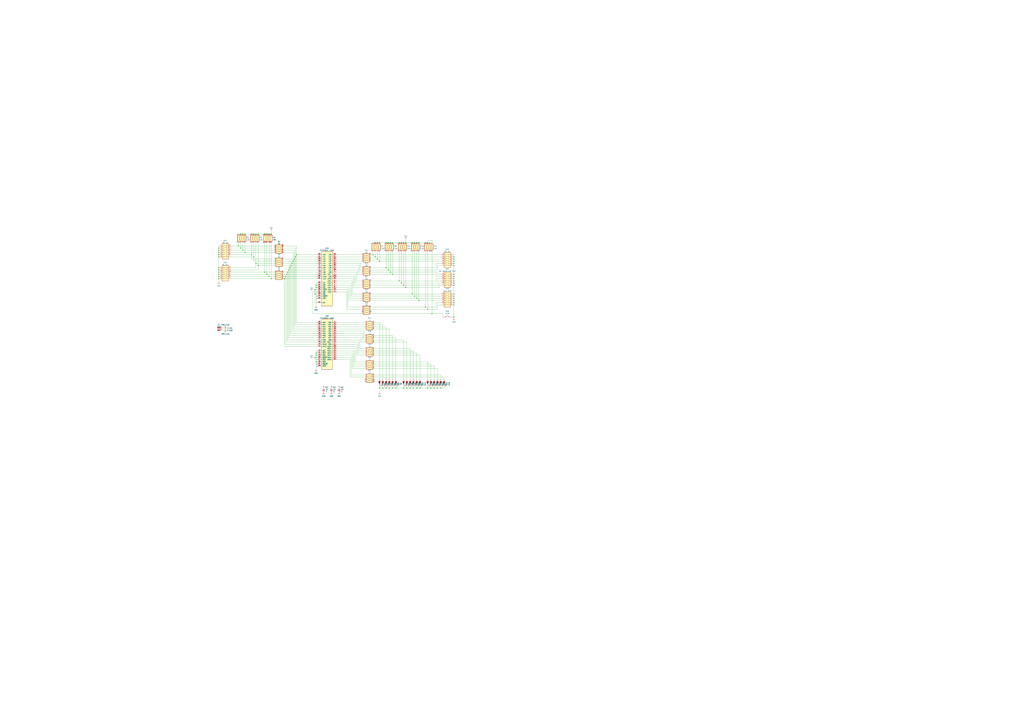
<source format=kicad_sch>
(kicad_sch (version 20211123) (generator eeschema)
  (paper "A0")
  (lib_symbols
    (symbol "connector:1M2" (pin_names (offset 1.016))
      (property "Reference" "J" (at 6.35 -1.27 0))
      (property "Value" "1M2" (at 6.35 1.27 0))
      (symbol "1M2_1_1"
        (pin passive line (at 0 1.27 0) (length 2.54) (name "~") (number "1"))
        (pin passive line (at 0 -1.27 0) (length 2.54) (name "~") (number "2"))
      )
    )
    (symbol "discrete:C" (pin_numbers hide) (pin_names (offset 0.254) hide)
      (property "Reference" "C" (at 0.254 1.778 0))
      (property "Value" "C" (at 0.254 -2.032 0))
      (symbol "C_1_1"
        (pin passive line (at 0 2.54 270) (length 2.032) (name "~") (number "1"))
        (pin passive line (at 0 -2.54 90) (length 2.032) (name "~") (number "2"))
      )
    )
    (symbol "discrete:LED" (pin_numbers hide) (pin_names (offset 1.016) hide)
      (property "Reference" "D" (at 0 2.54 0))
      (property "Value" "LED" (at 0 -2.54 0))
      (symbol "LED_1_1"
        (pin passive line (at -3.81 0 0) (length 2.54) (name "K") (number "1"))
        (pin passive line (at 3.81 0 180) (length 2.54) (name "A") (number "2"))
      )
    )
    (symbol "discrete:RN4" (pin_names (offset 0) hide)
      (property "Reference" "R" (at 5.715 1.27 0))
      (property "Value" "RN4" (at 5.715 -1.27 0))
      (symbol "RN4_1_1"
        (pin passive line (at 3.81 5.08 270) (length 1.27) (name "~") (number "1"))
        (pin passive line (at 1.27 5.08 270) (length 1.27) (name "~") (number "2"))
        (pin passive line (at -1.27 5.08 270) (length 1.27) (name "~") (number "3"))
        (pin passive line (at -3.81 5.08 270) (length 1.27) (name "~") (number "4"))
        (pin passive line (at -3.81 -5.08 90) (length 1.27) (name "~") (number "5"))
        (pin passive line (at -1.27 -5.08 90) (length 1.27) (name "~") (number "6"))
        (pin passive line (at 1.27 -5.08 90) (length 1.27) (name "~") (number "7"))
        (pin passive line (at 3.81 -5.08 90) (length 1.27) (name "~") (number "8"))
      )
    )
    (symbol "power:GND" (power) (pin_names (offset 0))
      (property "Value" "GND" (at 0 -3.81 0))
      (symbol "GND_1_1"
        (pin power_in line (at 0 0 270) (length 0) hide (name "GND") (number "1"))
      )
    )
    (symbol "power:PWR_FLAG" (power) (pin_numbers hide) (pin_names (offset 0) hide)
      (property "Value" "PWR_FLAG" (at 0 3.81 0))
      (symbol "PWR_FLAG_0_0"
        (pin power_out line (at 0 0 90) (length 0) (name "pwr") (number "1"))
      )
    )
    (symbol "power:VCC" (power) (pin_names (offset 0))
      (property "Value" "VCC" (at 0 3.81 0))
      (symbol "VCC_1_1"
        (pin power_in line (at 0 0 90) (length 0) hide (name "VCC") (number "1"))
      )
    )
    (symbol "semiconductor:CY7C0241-15AC" (pin_names (offset 1.016))
      (property "Reference" "U" (at 0 30.48 0))
      (property "Value" "CY7C0241-15AC" (at 0 -35.56 0))
      (symbol "CY7C0241-15AC_1_1"
        (pin no_connect line (at 0 16.51 180) (length 0) hide (name "NC") (number "1"))
        (pin bidirectional line (at 11.43 -15.24 180) (length 5.08) (name "LD15") (number "10"))
        (pin bidirectional line (at 11.43 0 180) (length 5.08) (name "LD9") (number "100"))
        (pin bidirectional line (at 11.43 -17.78 180) (length 5.08) (name "LD16") (number "11"))
        (pin power_in line (at 11.43 -20.32 180) (length 5.08) hide (name "VCC") (number "12"))
        (pin power_in line (at 11.43 -27.94 180) (length 5.08) hide (name "GND") (number "13"))
        (pin power_in line (at 11.43 -22.86 180) (length 5.08) hide (name "VCC") (number "17"))
        (pin no_connect line (at 0 13.97 180) (length 0) hide (name "NC") (number "2"))
        (pin no_connect line (at 0 11.43 180) (length 0) hide (name "NC") (number "24"))
        (pin no_connect line (at 0 8.89 180) (length 0) hide (name "NC") (number "25"))
        (pin bidirectional line (at 11.43 5.08 180) (length 5.08) (name "LD8") (number "3"))
        (pin power_in line (at 11.43 -30.48 180) (length 5.08) hide (name "GND") (number "34"))
        (pin bidirectional line (at 11.43 2.54 180) (length 5.08) (name "LD17") (number "4"))
        (pin no_connect line (at 0 6.35 180) (length 0) hide (name "NC") (number "43"))
        (pin bidirectional line (at 11.43 -5.08 180) (length 5.08) (name "LD11") (number "5"))
        (pin no_connect line (at 0 3.81 180) (length 0) hide (name "NC") (number "51"))
        (pin no_connect line (at 0 1.27 180) (length 0) hide (name "NC") (number "52"))
        (pin no_connect line (at 0 -1.27 180) (length 0) hide (name "NC") (number "53"))
        (pin no_connect line (at 0 -3.81 180) (length 0) hide (name "NC") (number "54"))
        (pin bidirectional line (at 11.43 -7.62 180) (length 5.08) (name "LD12") (number "6"))
        (pin input line (at -11.43 -30.48 0) (length 5.08) (name "M~{S}") (number "62"))
        (pin bidirectional line (at -11.43 -22.86 0) (length 5.08) (name "~{LBUSY}") (number "64"))
        (pin output line (at -11.43 -25.4 0) (length 5.08) (name "~{LINT}") (number "65"))
        (pin input line (at -11.43 25.4 0) (length 5.08) (name "LA0") (number "66"))
        (pin input line (at -11.43 22.86 0) (length 5.08) (name "LA1") (number "67"))
        (pin input line (at -11.43 20.32 0) (length 5.08) (name "LA2") (number "68"))
        (pin input line (at -11.43 17.78 0) (length 5.08) (name "LA3") (number "69"))
        (pin bidirectional line (at 11.43 -10.16 180) (length 5.08) (name "LD13") (number "7"))
        (pin input line (at -11.43 15.24 0) (length 5.08) (name "LA4") (number "70"))
        (pin input line (at -11.43 12.7 0) (length 5.08) (name "LA5") (number "71"))
        (pin no_connect line (at 0 -6.35 180) (length 0) hide (name "NC") (number "72"))
        (pin no_connect line (at 0 -8.89 180) (length 0) hide (name "NC") (number "73"))
        (pin no_connect line (at 0 -11.43 180) (length 0) hide (name "NC") (number "74"))
        (pin no_connect line (at 0 -13.97 180) (length 0) hide (name "NC") (number "75"))
        (pin input line (at -11.43 10.16 0) (length 5.08) (name "LA6") (number "76"))
        (pin input line (at -11.43 7.62 0) (length 5.08) (name "LA7") (number "77"))
        (pin input line (at -11.43 5.08 0) (length 5.08) (name "LA8") (number "78"))
        (pin input line (at -11.43 2.54 0) (length 5.08) (name "LA9") (number "79"))
        (pin bidirectional line (at 11.43 -12.7 180) (length 5.08) (name "LD14") (number "8"))
        (pin input line (at -11.43 0 0) (length 5.08) (name "LA10") (number "80"))
        (pin input line (at -11.43 -2.54 0) (length 5.08) (name "LA11") (number "81"))
        (pin no_connect line (at 0 -16.51 180) (length 0) hide (name "NC") (number "82"))
        (pin input line (at -11.43 -7.62 0) (length 5.08) (name "~{LLE}") (number "83"))
        (pin input line (at -11.43 -10.16 0) (length 5.08) (name "~{LHE}") (number "84"))
        (pin input line (at -11.43 -12.7 0) (length 5.08) (name "~{LCE}") (number "85"))
        (pin input line (at -11.43 -15.24 0) (length 5.08) (name "~{LSEM}") (number "86"))
        (pin input line (at -11.43 -17.78 0) (length 5.08) (name "~{LWE}") (number "87"))
        (pin input line (at -11.43 -20.32 0) (length 5.08) (name "~{LOE}") (number "89"))
        (pin power_in line (at 11.43 -25.4 180) (length 5.08) hide (name "GND") (number "9"))
        (pin bidirectional line (at 11.43 25.4 180) (length 5.08) (name "LD0") (number "90"))
        (pin bidirectional line (at 11.43 22.86 180) (length 5.08) (name "LD1") (number "91"))
        (pin bidirectional line (at 11.43 20.32 180) (length 5.08) (name "LD2") (number "93"))
        (pin bidirectional line (at 11.43 17.78 180) (length 5.08) (name "LD3") (number "94"))
        (pin bidirectional line (at 11.43 15.24 180) (length 5.08) (name "LD4") (number "95"))
        (pin bidirectional line (at 11.43 12.7 180) (length 5.08) (name "LD5") (number "96"))
        (pin bidirectional line (at 11.43 10.16 180) (length 5.08) (name "LD6") (number "97"))
        (pin bidirectional line (at 11.43 7.62 180) (length 5.08) (name "LD7") (number "98"))
        (pin bidirectional line (at 11.43 -2.54 180) (length 5.08) (name "LD10") (number "99"))
      )
      (symbol "CY7C0241-15AC_2_1"
        (pin bidirectional line (at 11.43 25.4 180) (length 5.08) (name "RD0") (number "14"))
        (pin bidirectional line (at 11.43 22.86 180) (length 5.08) (name "RD1") (number "15"))
        (pin bidirectional line (at 11.43 20.32 180) (length 5.08) (name "RD2") (number "16"))
        (pin bidirectional line (at 11.43 17.78 180) (length 5.08) (name "RD3") (number "18"))
        (pin bidirectional line (at 11.43 15.24 180) (length 5.08) (name "RD4") (number "19"))
        (pin bidirectional line (at 11.43 12.7 180) (length 5.08) (name "RD5") (number "20"))
        (pin bidirectional line (at 11.43 10.16 180) (length 5.08) (name "RD6") (number "21"))
        (pin bidirectional line (at 11.43 5.08 180) (length 5.08) (name "RD8") (number "22"))
        (pin bidirectional line (at 11.43 2.54 180) (length 5.08) (name "RD17") (number "23"))
        (pin bidirectional line (at 11.43 7.62 180) (length 5.08) (name "RD7") (number "26"))
        (pin bidirectional line (at 11.43 0 180) (length 5.08) (name "RD9") (number "27"))
        (pin bidirectional line (at 11.43 -2.54 180) (length 5.08) (name "RD10") (number "28"))
        (pin bidirectional line (at 11.43 -5.08 180) (length 5.08) (name "RD11") (number "29"))
        (pin bidirectional line (at 11.43 -7.62 180) (length 5.08) (name "RD12") (number "30"))
        (pin bidirectional line (at 11.43 -10.16 180) (length 5.08) (name "RD13") (number "31"))
        (pin bidirectional line (at 11.43 -12.7 180) (length 5.08) (name "RD14") (number "32"))
        (pin bidirectional line (at 11.43 -15.24 180) (length 5.08) (name "RD15") (number "33"))
        (pin bidirectional line (at 11.43 -17.78 180) (length 5.08) (name "RD16") (number "35"))
        (pin input line (at -11.43 -20.32 0) (length 5.08) (name "~{ROE}") (number "36"))
        (pin input line (at -11.43 -17.78 0) (length 5.08) (name "~{RWE}") (number "37"))
        (pin power_in line (at 11.43 -27.94 180) (length 5.08) hide (name "GND") (number "38"))
        (pin input line (at -11.43 -15.24 0) (length 5.08) (name "~{RSEM}") (number "39"))
        (pin input line (at -11.43 -12.7 0) (length 5.08) (name "~{RCE}") (number "40"))
        (pin input line (at -11.43 -10.16 0) (length 5.08) (name "~{RHE}") (number "41"))
        (pin input line (at -11.43 -7.62 0) (length 5.08) (name "~{RLE}") (number "42"))
        (pin input line (at -11.43 -2.54 0) (length 5.08) (name "RA11") (number "44"))
        (pin input line (at -11.43 0 0) (length 5.08) (name "RA10") (number "45"))
        (pin input line (at -11.43 2.54 0) (length 5.08) (name "RA9") (number "46"))
        (pin input line (at -11.43 5.08 0) (length 5.08) (name "RA8") (number "47"))
        (pin input line (at -11.43 7.62 0) (length 5.08) (name "RA7") (number "48"))
        (pin input line (at -11.43 10.16 0) (length 5.08) (name "RA6") (number "49"))
        (pin input line (at -11.43 12.7 0) (length 5.08) (name "RA5") (number "50"))
        (pin input line (at -11.43 15.24 0) (length 5.08) (name "RA4") (number "55"))
        (pin input line (at -11.43 17.78 0) (length 5.08) (name "RA3") (number "56"))
        (pin input line (at -11.43 20.32 0) (length 5.08) (name "RA2") (number "57"))
        (pin input line (at -11.43 22.86 0) (length 5.08) (name "RA1") (number "58"))
        (pin input line (at -11.43 25.4 0) (length 5.08) (name "RA0") (number "59"))
        (pin output line (at -11.43 -25.4 0) (length 5.08) (name "~{RINT}") (number "60"))
        (pin bidirectional line (at -11.43 -22.86 0) (length 5.08) (name "~{RBUSY}") (number "61"))
        (pin power_in line (at 11.43 -25.4 180) (length 5.08) hide (name "GND") (number "63"))
        (pin power_in line (at 11.43 -20.32 180) (length 5.08) hide (name "VCC") (number "88"))
        (pin power_in line (at 11.43 -22.86 180) (length 5.08) hide (name "GND") (number "92"))
      )
    )
    (symbol "switch:Button" (pin_numbers hide) (pin_names (offset 1.016) hide)
      (property "Reference" "SW" (at 1.27 2.54 0))
      (property "Value" "Button" (at 0 -1.524 0))
      (symbol "Button_0_1"
        (pin passive line (at -5.08 0 0) (length 2.54) (name "1") (number "1"))
        (pin passive line (at 5.08 0 180) (length 2.54) (name "2") (number "2"))
      )
    )
    (symbol "switch:DIP-6" (pin_names (offset 0) hide)
      (property "Reference" "SW" (at 0 10.16 0))
      (property "Value" "DIP-6" (at 0 -10.16 0))
      (symbol "DIP-6_1_1"
        (pin passive line (at -7.62 6.35 0) (length 5.08) (name "~") (number "1"))
        (pin passive line (at 7.62 1.27 180) (length 5.08) (name "~") (number "10"))
        (pin passive line (at 7.62 3.81 180) (length 5.08) (name "~") (number "11"))
        (pin passive line (at 7.62 6.35 180) (length 5.08) (name "~") (number "12"))
        (pin passive line (at -7.62 3.81 0) (length 5.08) (name "~") (number "2"))
        (pin passive line (at -7.62 1.27 0) (length 5.08) (name "~") (number "3"))
        (pin passive line (at -7.62 -1.27 0) (length 5.08) (name "~") (number "4"))
        (pin passive line (at -7.62 -3.81 0) (length 5.08) (name "~") (number "5"))
        (pin passive line (at -7.62 -6.35 0) (length 5.08) (name "~") (number "6"))
        (pin passive line (at 7.62 -6.35 180) (length 5.08) (name "~") (number "7"))
        (pin passive line (at 7.62 -3.81 180) (length 5.08) (name "~") (number "8"))
        (pin passive line (at 7.62 -1.27 180) (length 5.08) (name "~") (number "9"))
      )
    )
  )
  (junction (at 527.05 308.61))
  (junction (at 463.55 326.39))
  (junction (at 294.64 271.78))
  (junction (at 483.87 346.71))
  (junction (at 468.63 281.94))
  (junction (at 494.03 281.94))
  (junction (at 367.03 420.37))
  (junction (at 527.05 344.17))
  (junction (at 478.79 341.63))
  (junction (at 254 298.45))
  (junction (at 254 316.23))
  (junction (at 527.05 368.3))
  (junction (at 335.28 313.69))
  (junction (at 367.03 410.21))
  (junction (at 279.4 271.78))
  (junction (at 344.17 295.91))
  (junction (at 471.17 281.94))
  (junction (at 276.86 285.75))
  (junction (at 472.44 450.85))
  (junction (at 433.07 295.91))
  (junction (at 292.1 271.78))
  (junction (at 527.05 321.31))
  (junction (at 309.88 271.78))
  (junction (at 478.79 281.94))
  (junction (at 504.19 450.85))
  (junction (at 279.4 288.29))
  (junction (at 500.38 450.85))
  (junction (at 365.76 341.63))
  (junction (at 527.05 351.79))
  (junction (at 254 321.31))
  (junction (at 312.42 321.31))
  (junction (at 367.03 334.01))
  (junction (at 453.39 316.23))
  (junction (at 307.34 316.23))
  (junction (at 281.94 271.78))
  (junction (at 471.17 334.01))
  (junction (at 365.76 336.55))
  (junction (at 527.05 349.25))
  (junction (at 481.33 281.94))
  (junction (at 486.41 281.94))
  (junction (at 527.05 303.53))
  (junction (at 299.72 308.61))
  (junction (at 314.96 323.85))
  (junction (at 337.82 308.61))
  (junction (at 483.87 281.94))
  (junction (at 450.85 281.94))
  (junction (at 527.05 346.71))
  (junction (at 448.31 450.85))
  (junction (at 284.48 293.37))
  (junction (at 527.05 331.47))
  (junction (at 508 450.85))
  (junction (at 365.76 415.29))
  (junction (at 336.55 311.15))
  (junction (at 440.69 303.53))
  (junction (at 455.93 281.94))
  (junction (at 438.15 281.94))
  (junction (at 487.68 450.85))
  (junction (at 444.5 450.85))
  (junction (at 496.57 450.85))
  (junction (at 496.57 281.94))
  (junction (at 455.93 450.85))
  (junction (at 527.05 326.39))
  (junction (at 340.36 303.53))
  (junction (at 468.63 450.85))
  (junction (at 435.61 298.45))
  (junction (at 254 311.15))
  (junction (at 448.31 311.15))
  (junction (at 254 293.37))
  (junction (at 254 295.91))
  (junction (at 463.55 281.94))
  (junction (at 297.18 271.78))
  (junction (at 435.61 281.94))
  (junction (at 483.87 450.85))
  (junction (at 292.1 295.91))
  (junction (at 367.03 331.47))
  (junction (at 527.05 298.45))
  (junction (at 511.81 450.85))
  (junction (at 459.74 450.85))
  (junction (at 331.47 321.31))
  (junction (at 334.01 316.23))
  (junction (at 466.09 328.93))
  (junction (at 527.05 354.33))
  (junction (at 481.33 344.17))
  (junction (at 261.62 383.54))
  (junction (at 254 288.29))
  (junction (at 254 313.69))
  (junction (at 330.2 323.85))
  (junction (at 342.9 298.45))
  (junction (at 466.09 281.94))
  (junction (at 297.18 306.07))
  (junction (at 281.94 290.83))
  (junction (at 476.25 450.85))
  (junction (at 527.05 318.77))
  (junction (at 527.05 300.99))
  (junction (at 254 318.77))
  (junction (at 309.88 318.77))
  (junction (at 312.42 271.78))
  (junction (at 339.09 306.07))
  (junction (at 527.05 341.63))
  (junction (at 294.64 298.45))
  (junction (at 486.41 349.25))
  (junction (at 527.05 323.85))
  (junction (at 367.03 412.75))
  (junction (at 468.63 331.47))
  (junction (at 494.03 356.87))
  (junction (at 284.48 271.78))
  (junction (at 307.34 271.78))
  (junction (at 455.93 318.77))
  (junction (at 440.69 281.94))
  (junction (at 527.05 306.07))
  (junction (at 453.39 281.94))
  (junction (at 448.31 281.94))
  (junction (at 254 290.83))
  (junction (at 299.72 271.78))
  (junction (at 314.96 271.78))
  (junction (at 440.69 450.85))
  (junction (at 341.63 300.99))
  (junction (at 332.74 318.77))
  (junction (at 254 323.85))
  (junction (at 452.12 450.85))
  (junction (at 261.62 381))
  (junction (at 480.06 450.85))
  (junction (at 527.05 328.93))
  (junction (at 450.85 313.69))
  (junction (at 501.65 364.49))
  (junction (at 496.57 359.41))
  (junction (at 438.15 300.99))
  (no_connect (at 368.3 425.45))
  (no_connect (at 368.3 344.17))
  (no_connect (at 499.11 292.1))
  (no_connect (at 499.11 281.94))
  (no_connect (at 424.18 440.69))
  (no_connect (at 424.18 443.23))
  (no_connect (at 420.37 361.95))
  (no_connect (at 434.34 443.23))
  (no_connect (at 368.3 346.71))
  (no_connect (at 430.53 361.95))
  (no_connect (at 368.3 422.91))
  (no_connect (at 434.34 440.69))
  (wire (pts (xy 434.34 422.91) (xy 500.38 422.91)))
  (wire (pts (xy 299.72 308.61) (xy 318.77 308.61)))
  (wire (pts (xy 408.94 341.63) (xy 408.94 326.39)))
  (wire (pts (xy 297.18 271.78) (xy 299.72 271.78)))
  (wire (pts (xy 486.41 281.94) (xy 494.03 281.94)))
  (wire (pts (xy 363.22 336.55) (xy 365.76 336.55)))
  (wire (pts (xy 434.34 427.99) (xy 508 427.99)))
  (wire (pts (xy 448.31 379.73) (xy 434.34 379.73)))
  (wire (pts (xy 269.24 288.29) (xy 279.4 288.29)))
  (wire (pts (xy 328.93 323.85) (xy 330.2 323.85)))
  (wire (pts (xy 391.16 412.75) (xy 408.94 412.75)))
  (wire (pts (xy 402.59 359.41) (xy 420.37 359.41)))
  (wire (pts (xy 504.19 450.85) (xy 508 450.85)))
  (wire (pts (xy 408.94 427.99) (xy 424.18 427.99)))
  (wire (pts (xy 297.18 311.15) (xy 269.24 311.15)))
  (wire (pts (xy 527.05 323.85) (xy 527.05 326.39)))
  (wire (pts (xy 415.29 400.05) (xy 391.16 400.05)))
  (wire (pts (xy 269.24 313.69) (xy 299.72 313.69)))
  (wire (pts (xy 341.63 290.83) (xy 341.63 300.99)))
  (wire (pts (xy 408.94 341.63) (xy 420.37 341.63)))
  (wire (pts (xy 424.18 389.89) (xy 422.91 389.89)))
  (wire (pts (xy 527.05 354.33) (xy 527.05 368.3)))
  (wire (pts (xy 391.16 311.15) (xy 416.56 311.15)))
  (wire (pts (xy 500.38 448.31) (xy 500.38 450.85)))
  (wire (pts (xy 480.06 448.31) (xy 480.06 450.85)))
  (wire (pts (xy 501.65 364.49) (xy 514.35 364.49)))
  (wire (pts (xy 421.64 387.35) (xy 421.64 392.43)))
  (wire (pts (xy 312.42 281.94) (xy 312.42 321.31)))
  (wire (pts (xy 342.9 377.19) (xy 368.3 377.19)))
  (wire (pts (xy 424.18 435.61) (xy 407.67 435.61)))
  (wire (pts (xy 440.69 450.85) (xy 444.5 450.85)))
  (wire (pts (xy 486.41 349.25) (xy 511.81 349.25)))
  (wire (pts (xy 254 285.75) (xy 254 288.29)))
  (wire (pts (xy 254 298.45) (xy 254 311.15)))
  (wire (pts (xy 508 427.99) (xy 508 440.69)))
  (wire (pts (xy 328.93 321.31) (xy 331.47 321.31)))
  (wire (pts (xy 496.57 420.37) (xy 434.34 420.37)))
  (wire (pts (xy 422.91 389.89) (xy 422.91 384.81)))
  (wire (pts (xy 453.39 292.1) (xy 453.39 316.23)))
  (wire (pts (xy 368.3 389.89) (xy 336.55 389.89)))
  (wire (pts (xy 476.25 450.85) (xy 480.06 450.85)))
  (wire (pts (xy 254 318.77) (xy 254 321.31)))
  (wire (pts (xy 448.31 450.85) (xy 452.12 450.85)))
  (wire (pts (xy 455.93 448.31) (xy 455.93 450.85)))
  (wire (pts (xy 410.21 334.01) (xy 420.37 334.01)))
  (wire (pts (xy 342.9 298.45) (xy 342.9 377.19)))
  (wire (pts (xy 406.4 438.15) (xy 424.18 438.15)))
  (wire (pts (xy 257.81 381) (xy 261.62 381)))
  (wire (pts (xy 417.83 405.13) (xy 417.83 394.97)))
  (wire (pts (xy 279.4 281.94) (xy 279.4 288.29)))
  (wire (pts (xy 411.48 321.31) (xy 391.16 321.31)))
  (wire (pts (xy 314.96 323.85) (xy 314.96 281.94)))
  (wire (pts (xy 424.18 425.45) (xy 410.21 425.45)))
  (wire (pts (xy 453.39 281.94) (xy 455.93 281.94)))
  (wire (pts (xy 411.48 331.47) (xy 420.37 331.47)))
  (wire (pts (xy 468.63 450.85) (xy 472.44 450.85)))
  (wire (pts (xy 430.53 313.69) (xy 450.85 313.69)))
  (wire (pts (xy 511.81 328.93) (xy 509.27 328.93)))
  (wire (pts (xy 254 311.15) (xy 254 313.69)))
  (wire (pts (xy 527.05 298.45) (xy 527.05 300.99)))
  (wire (pts (xy 342.9 298.45) (xy 368.3 298.45)))
  (wire (pts (xy 254 323.85) (xy 254 327.66)))
  (wire (pts (xy 312.42 321.31) (xy 318.77 321.31)))
  (wire (pts (xy 337.82 387.35) (xy 368.3 387.35)))
  (wire (pts (xy 471.17 278.13) (xy 471.17 281.94)))
  (wire (pts (xy 527.05 331.47) (xy 527.05 341.63)))
  (wire (pts (xy 309.88 318.77) (xy 309.88 281.94)))
  (wire (pts (xy 391.16 402.59) (xy 414.02 402.59)))
  (wire (pts (xy 434.34 377.19) (xy 444.5 377.19)))
  (wire (pts (xy 459.74 392.43) (xy 459.74 440.69)))
  (wire (pts (xy 435.61 298.45) (xy 511.81 298.45)))
  (wire (pts (xy 487.68 412.75) (xy 487.68 440.69)))
  (wire (pts (xy 391.16 374.65) (xy 424.18 374.65)))
  (wire (pts (xy 332.74 318.77) (xy 368.3 318.77)))
  (wire (pts (xy 335.28 313.69) (xy 335.28 392.43)))
  (wire (pts (xy 452.12 448.31) (xy 452.12 450.85)))
  (wire (pts (xy 341.63 379.73) (xy 341.63 300.99)))
  (wire (pts (xy 472.44 448.31) (xy 472.44 450.85)))
  (wire (pts (xy 494.03 356.87) (xy 430.53 356.87)))
  (wire (pts (xy 391.16 300.99) (xy 420.37 300.99)))
  (wire (pts (xy 471.17 281.94) (xy 478.79 281.94)))
  (wire (pts (xy 459.74 448.31) (xy 459.74 450.85)))
  (wire (pts (xy 269.24 318.77) (xy 309.88 318.77)))
  (wire (pts (xy 363.22 339.09) (xy 368.3 339.09)))
  (wire (pts (xy 480.06 450.85) (xy 483.87 450.85)))
  (wire (pts (xy 421.64 392.43) (xy 424.18 392.43)))
  (wire (pts (xy 438.15 300.99) (xy 511.81 300.99)))
  (wire (pts (xy 420.37 311.15) (xy 419.1 311.15)))
  (wire (pts (xy 419.1 306.07) (xy 391.16 306.07)))
  (wire (pts (xy 269.24 293.37) (xy 284.48 293.37)))
  (wire (pts (xy 440.69 281.94) (xy 448.31 281.94)))
  (wire (pts (xy 444.5 450.85) (xy 448.31 450.85)))
  (wire (pts (xy 430.53 316.23) (xy 453.39 316.23)))
  (wire (pts (xy 406.4 346.71) (xy 406.4 331.47)))
  (wire (pts (xy 430.53 298.45) (xy 435.61 298.45)))
  (wire (pts (xy 483.87 450.85) (xy 487.68 450.85)))
  (wire (pts (xy 368.3 374.65) (xy 344.17 374.65)))
  (wire (pts (xy 284.48 293.37) (xy 318.77 293.37)))
  (wire (pts (xy 466.09 328.93) (xy 508 328.93)))
  (wire (pts (xy 391.16 298.45) (xy 420.37 298.45)))
  (wire (pts (xy 365.76 415.29) (xy 368.3 415.29)))
  (wire (pts (xy 448.31 448.31) (xy 448.31 450.85)))
  (wire (pts (xy 391.16 318.77) (xy 412.75 318.77)))
  (wire (pts (xy 412.75 318.77) (xy 412.75 328.93)))
  (wire (pts (xy 463.55 292.1) (xy 463.55 326.39)))
  (wire (pts (xy 430.53 328.93) (xy 466.09 328.93)))
  (wire (pts (xy 440.69 440.69) (xy 440.69 374.65)))
  (wire (pts (xy 511.81 321.31) (xy 506.73 321.31)))
  (wire (pts (xy 430.53 346.71) (xy 483.87 346.71)))
  (wire (pts (xy 440.69 448.31) (xy 440.69 450.85)))
  (wire (pts (xy 336.55 389.89) (xy 336.55 311.15)))
  (wire (pts (xy 416.56 316.23) (xy 420.37 316.23)))
  (wire (pts (xy 276.86 285.75) (xy 318.77 285.75)))
  (wire (pts (xy 455.93 318.77) (xy 430.53 318.77)))
  (wire (pts (xy 330.2 323.85) (xy 368.3 323.85)))
  (wire (pts (xy 331.47 400.05) (xy 331.47 321.31)))
  (wire (pts (xy 508 448.31) (xy 508 450.85)))
  (wire (pts (xy 339.09 384.81) (xy 339.09 306.07)))
  (wire (pts (xy 463.55 326.39) (xy 430.53 326.39)))
  (wire (pts (xy 424.18 410.21) (xy 415.29 410.21)))
  (wire (pts (xy 417.83 308.61) (xy 417.83 313.69)))
  (wire (pts (xy 455.93 318.77) (xy 506.73 318.77)))
  (wire (pts (xy 514.35 364.49) (xy 514.35 368.3)))
  (wire (pts (xy 496.57 450.85) (xy 500.38 450.85)))
  (wire (pts (xy 340.36 303.53) (xy 340.36 293.37)))
  (wire (pts (xy 527.05 300.99) (xy 527.05 303.53)))
  (wire (pts (xy 420.37 364.49) (xy 363.22 364.49)))
  (wire (pts (xy 414.02 412.75) (xy 424.18 412.75)))
  (wire (pts (xy 527.05 351.79) (xy 527.05 354.33)))
  (wire (pts (xy 269.24 285.75) (xy 276.86 285.75)))
  (wire (pts (xy 391.16 303.53) (xy 420.37 303.53)))
  (wire (pts (xy 416.56 407.67) (xy 424.18 407.67)))
  (wire (pts (xy 367.03 331.47) (xy 368.3 331.47)))
  (wire (pts (xy 483.87 292.1) (xy 483.87 346.71)))
  (wire (pts (xy 284.48 271.78) (xy 292.1 271.78)))
  (wire (pts (xy 417.83 313.69) (xy 420.37 313.69)))
  (wire (pts (xy 527.05 349.25) (xy 527.05 351.79)))
  (wire (pts (xy 476.25 440.69) (xy 476.25 405.13)))
  (wire (pts (xy 508 359.41) (xy 508 354.33)))
  (wire (pts (xy 391.16 328.93) (xy 407.67 328.93)))
  (wire (pts (xy 527.05 344.17) (xy 527.05 346.71)))
  (wire (pts (xy 307.34 271.78) (xy 309.88 271.78)))
  (wire (pts (xy 527.05 326.39) (xy 527.05 328.93)))
  (wire (pts (xy 468.63 292.1) (xy 468.63 331.47)))
  (wire (pts (xy 254 321.31) (xy 254 323.85)))
  (wire (pts (xy 508 326.39) (xy 511.81 326.39)))
  (wire (pts (xy 292.1 295.91) (xy 269.24 295.91)))
  (wire (pts (xy 468.63 281.94) (xy 471.17 281.94)))
  (wire (pts (xy 344.17 374.65) (xy 344.17 295.91)))
  (wire (pts (xy 365.76 341.63) (xy 365.76 351.79)))
  (wire (pts (xy 455.93 318.77) (xy 455.93 292.1)))
  (wire (pts (xy 487.68 448.31) (xy 487.68 450.85)))
  (wire (pts (xy 332.74 318.77) (xy 332.74 397.51)))
  (wire (pts (xy 478.79 281.94) (xy 481.33 281.94)))
  (wire (pts (xy 433.07 281.94) (xy 435.61 281.94)))
  (wire (pts (xy 408.94 326.39) (xy 391.16 326.39)))
  (wire (pts (xy 508 450.85) (xy 511.81 450.85)))
  (wire (pts (xy 367.03 410.21) (xy 368.3 410.21)))
  (wire (pts (xy 453.39 316.23) (xy 508 316.23)))
  (wire (pts (xy 420.37 318.77) (xy 415.29 318.77)))
  (wire (pts (xy 294.64 298.45) (xy 294.64 303.53)))
  (wire (pts (xy 430.53 359.41) (xy 496.57 359.41)))
  (wire (pts (xy 299.72 308.61) (xy 299.72 281.94)))
  (wire (pts (xy 472.44 397.51) (xy 472.44 440.69)))
  (wire (pts (xy 430.53 344.17) (xy 481.33 344.17)))
  (wire (pts (xy 254 295.91) (xy 254 298.45)))
  (wire (pts (xy 412.75 328.93) (xy 420.37 328.93)))
  (wire (pts (xy 511.81 351.79) (xy 506.73 351.79)))
  (wire (pts (xy 511.81 435.61) (xy 511.81 440.69)))
  (wire (pts (xy 281.94 271.78) (xy 284.48 271.78)))
  (wire (pts (xy 527.05 318.77) (xy 527.05 321.31)))
  (wire (pts (xy 527.05 328.93) (xy 527.05 331.47)))
  (wire (pts (xy 254 290.83) (xy 254 293.37)))
  (wire (pts (xy 328.93 300.99) (xy 339.09 300.99)))
  (wire (pts (xy 367.03 420.37) (xy 367.03 429.26)))
  (wire (pts (xy 496.57 440.69) (xy 496.57 420.37)))
  (wire (pts (xy 269.24 298.45) (xy 294.64 298.45)))
  (wire (pts (xy 368.3 400.05) (xy 331.47 400.05)))
  (wire (pts (xy 496.57 279.4) (xy 496.57 281.94)))
  (wire (pts (xy 455.93 450.85) (xy 459.74 450.85)))
  (wire (pts (xy 335.28 392.43) (xy 368.3 392.43)))
  (wire (pts (xy 506.73 323.85) (xy 506.73 326.39)))
  (wire (pts (xy 468.63 440.69) (xy 468.63 394.97)))
  (wire (pts (xy 434.34 435.61) (xy 511.81 435.61)))
  (wire (pts (xy 416.56 397.51) (xy 416.56 407.67)))
  (wire (pts (xy 408.94 412.75) (xy 408.94 427.99)))
  (wire (pts (xy 527.05 346.71) (xy 527.05 349.25)))
  (wire (pts (xy 292.1 300.99) (xy 292.1 295.91)))
  (wire (pts (xy 468.63 394.97) (xy 434.34 394.97)))
  (wire (pts (xy 294.64 303.53) (xy 318.77 303.53)))
  (wire (pts (xy 463.55 281.94) (xy 466.09 281.94)))
  (wire (pts (xy 438.15 281.94) (xy 440.69 281.94)))
  (wire (pts (xy 334.01 394.97) (xy 334.01 316.23)))
  (wire (pts (xy 391.16 382.27) (xy 424.18 382.27)))
  (wire (pts (xy 483.87 410.21) (xy 434.34 410.21)))
  (wire (pts (xy 407.67 435.61) (xy 407.67 415.29)))
  (wire (pts (xy 508 316.23) (xy 508 318.77)))
  (wire (pts (xy 466.09 328.93) (xy 466.09 292.1)))
  (wire (pts (xy 318.77 300.99) (xy 292.1 300.99)))
  (wire (pts (xy 279.4 271.78) (xy 281.94 271.78)))
  (wire (pts (xy 527.05 368.3) (xy 527.05 369.57)))
  (wire (pts (xy 438.15 292.1) (xy 438.15 300.99)))
  (wire (pts (xy 478.79 341.63) (xy 511.81 341.63)))
  (wire (pts (xy 368.3 384.81) (xy 339.09 384.81)))
  (wire (pts (xy 419.1 392.43) (xy 419.1 397.51)))
  (wire (pts (xy 483.87 440.69) (xy 483.87 410.21)))
  (wire (pts (xy 463.55 326.39) (xy 506.73 326.39)))
  (wire (pts (xy 480.06 407.67) (xy 480.06 440.69)))
  (wire (pts (xy 481.33 292.1) (xy 481.33 344.17)))
  (wire (pts (xy 420.37 326.39) (xy 414.02 326.39)))
  (wire (pts (xy 508 318.77) (xy 511.81 318.77)))
  (wire (pts (xy 506.73 321.31) (xy 506.73 318.77)))
  (wire (pts (xy 422.91 384.81) (xy 391.16 384.81)))
  (wire (pts (xy 448.31 311.15) (xy 506.73 311.15)))
  (wire (pts (xy 486.41 292.1) (xy 486.41 349.25)))
  (wire (pts (xy 405.13 349.25) (xy 420.37 349.25)))
  (wire (pts (xy 417.83 394.97) (xy 391.16 394.97)))
  (wire (pts (xy 410.21 410.21) (xy 391.16 410.21)))
  (wire (pts (xy 515.62 438.15) (xy 434.34 438.15)))
  (wire (pts (xy 476.25 448.31) (xy 476.25 450.85)))
  (wire (pts (xy 508 313.69) (xy 508 308.61)))
  (wire (pts (xy 504.19 448.31) (xy 504.19 450.85)))
  (wire (pts (xy 481.33 281.94) (xy 483.87 281.94)))
  (wire (pts (xy 344.17 295.91) (xy 344.17 285.75)))
  (wire (pts (xy 444.5 377.19) (xy 444.5 440.69)))
  (wire (pts (xy 509.27 328.93) (xy 509.27 331.47)))
  (wire (pts (xy 276.86 281.94) (xy 276.86 285.75)))
  (wire (pts (xy 276.86 271.78) (xy 279.4 271.78)))
  (wire (pts (xy 292.1 281.94) (xy 292.1 295.91)))
  (wire (pts (xy 299.72 271.78) (xy 307.34 271.78)))
  (wire (pts (xy 342.9 288.29) (xy 342.9 298.45)))
  (wire (pts (xy 363.22 415.29) (xy 365.76 415.29)))
  (wire (pts (xy 434.34 382.27) (xy 452.12 382.27)))
  (wire (pts (xy 527.05 295.91) (xy 527.05 298.45)))
  (wire (pts (xy 434.34 407.67) (xy 480.06 407.67)))
  (wire (pts (xy 328.93 288.29) (xy 342.9 288.29)))
  (wire (pts (xy 494.03 281.94) (xy 496.57 281.94)))
  (wire (pts (xy 368.3 295.91) (xy 344.17 295.91)))
  (wire (pts (xy 504.19 440.69) (xy 504.19 425.45)))
  (wire (pts (xy 430.53 311.15) (xy 448.31 311.15)))
  (wire (pts (xy 511.81 448.31) (xy 511.81 450.85)))
  (wire (pts (xy 501.65 292.1) (xy 501.65 364.49)))
  (wire (pts (xy 337.82 308.61) (xy 337.82 303.53)))
  (wire (pts (xy 459.74 450.85) (xy 468.63 450.85)))
  (wire (pts (xy 468.63 448.31) (xy 468.63 450.85)))
  (wire (pts (xy 411.48 331.47) (xy 411.48 321.31)))
  (wire (pts (xy 363.22 364.49) (xy 363.22 339.09)))
  (wire (pts (xy 307.34 281.94) (xy 307.34 316.23)))
  (wire (pts (xy 391.16 323.85) (xy 410.21 323.85)))
  (wire (pts (xy 307.34 316.23) (xy 318.77 316.23)))
  (wire (pts (xy 506.73 306.07) (xy 506.73 311.15)))
  (wire (pts (xy 440.69 450.85) (xy 440.69 455.93)))
  (wire (pts (xy 405.13 334.01) (xy 405.13 349.25)))
  (wire (pts (xy 407.67 344.17) (xy 420.37 344.17)))
  (wire (pts (xy 368.3 417.83) (xy 365.76 417.83)))
  (wire (pts (xy 340.36 303.53) (xy 340.36 382.27)))
  (wire (pts (xy 331.47 321.31) (xy 368.3 321.31)))
  (wire (pts (xy 412.75 420.37) (xy 412.75 405.13)))
  (wire (pts (xy 483.87 448.31) (xy 483.87 450.85)))
  (wire (pts (xy 420.37 394.97) (xy 420.37 389.89)))
  (wire (pts (xy 330.2 402.59) (xy 368.3 402.59)))
  (wire (pts (xy 450.85 292.1) (xy 450.85 313.69)))
  (wire (pts (xy 435.61 281.94) (xy 438.15 281.94)))
  (wire (pts (xy 440.69 374.65) (xy 434.34 374.65)))
  (wire (pts (xy 476.25 405.13) (xy 434.34 405.13)))
  (wire (pts (xy 411.48 422.91) (xy 424.18 422.91)))
  (wire (pts (xy 450.85 281.94) (xy 453.39 281.94)))
  (wire (pts (xy 433.07 295.91) (xy 511.81 295.91)))
  (wire (pts (xy 527.05 303.53) (xy 527.05 306.07)))
  (wire (pts (xy 339.09 306.07) (xy 368.3 306.07)))
  (wire (pts (xy 367.03 410.21) (xy 367.03 412.75)))
  (wire (pts (xy 368.3 303.53) (xy 340.36 303.53)))
  (wire (pts (xy 501.65 279.4) (xy 496.57 279.4)))
  (wire (pts (xy 339.09 300.99) (xy 339.09 306.07)))
  (wire (pts (xy 368.3 336.55) (xy 365.76 336.55)))
  (wire (pts (xy 471.17 334.01) (xy 510.54 334.01)))
  (wire (pts (xy 410.21 425.45) (xy 410.21 410.21)))
  (wire (pts (xy 312.42 321.31) (xy 269.24 321.31)))
  (wire (pts (xy 415.29 313.69) (xy 391.16 313.69)))
  (wire (pts (xy 510.54 334.01) (xy 510.54 331.47)))
  (wire (pts (xy 415.29 318.77) (xy 415.29 313.69)))
  (wire (pts (xy 391.16 308.61) (xy 417.83 308.61)))
  (wire (pts (xy 254 293.37) (xy 254 295.91)))
  (wire (pts (xy 344.17 285.75) (xy 328.93 285.75)))
  (wire (pts (xy 527.05 321.31) (xy 527.05 323.85)))
  (wire (pts (xy 368.3 420.37) (xy 367.03 420.37)))
  (wire (pts (xy 510.54 331.47) (xy 511.81 331.47)))
  (wire (pts (xy 508 328.93) (xy 508 326.39)))
  (wire (pts (xy 391.16 417.83) (xy 406.4 417.83)))
  (wire (pts (xy 367.03 407.67) (xy 367.03 410.21)))
  (wire (pts (xy 332.74 397.51) (xy 368.3 397.51)))
  (wire (pts (xy 494.03 356.87) (xy 506.73 356.87)))
  (wire (pts (xy 455.93 440.69) (xy 455.93 389.89)))
  (wire (pts (xy 420.37 389.89) (xy 391.16 389.89)))
  (wire (pts (xy 406.4 331.47) (xy 391.16 331.47)))
  (wire (pts (xy 414.02 326.39) (xy 414.02 316.23)))
  (wire (pts (xy 424.18 420.37) (xy 412.75 420.37)))
  (wire (pts (xy 297.18 281.94) (xy 297.18 306.07)))
  (wire (pts (xy 412.75 405.13) (xy 391.16 405.13)))
  (wire (pts (xy 367.03 412.75) (xy 367.03 420.37)))
  (wire (pts (xy 504.19 425.45) (xy 434.34 425.45)))
  (wire (pts (xy 254 313.69) (xy 254 316.23)))
  (wire (pts (xy 391.16 377.19) (xy 424.18 377.19)))
  (wire (pts (xy 515.62 450.85) (xy 515.62 448.31)))
  (wire (pts (xy 403.86 356.87) (xy 403.86 336.55)))
  (wire (pts (xy 309.88 271.78) (xy 312.42 271.78)))
  (wire (pts (xy 367.03 412.75) (xy 368.3 412.75)))
  (wire (pts (xy 430.53 341.63) (xy 478.79 341.63)))
  (wire (pts (xy 368.3 379.73) (xy 341.63 379.73)))
  (wire (pts (xy 337.82 308.61) (xy 337.82 387.35)))
  (wire (pts (xy 340.36 382.27) (xy 368.3 382.27)))
  (wire (pts (xy 434.34 392.43) (xy 459.74 392.43)))
  (wire (pts (xy 448.31 292.1) (xy 448.31 311.15)))
  (wire (pts (xy 299.72 313.69) (xy 299.72 308.61)))
  (wire (pts (xy 508 308.61) (xy 511.81 308.61)))
  (wire (pts (xy 328.93 290.83) (xy 341.63 290.83)))
  (wire (pts (xy 466.09 281.94) (xy 468.63 281.94)))
  (wire (pts (xy 328.93 318.77) (xy 332.74 318.77)))
  (wire (pts (xy 527.05 341.63) (xy 527.05 344.17)))
  (wire (pts (xy 254 316.23) (xy 254 318.77)))
  (wire (pts (xy 527.05 306.07) (xy 527.05 308.61)))
  (wire (pts (xy 420.37 356.87) (xy 403.86 356.87)))
  (wire (pts (xy 391.16 339.09) (xy 402.59 339.09)))
  (wire (pts (xy 368.3 407.67) (xy 367.03 407.67)))
  (wire (pts (xy 341.63 300.99) (xy 368.3 300.99)))
  (wire (pts (xy 416.56 311.15) (xy 416.56 316.23)))
  (wire (pts (xy 340.36 293.37) (xy 328.93 293.37)))
  (wire (pts (xy 430.53 334.01) (xy 471.17 334.01)))
  (wire (pts (xy 424.18 394.97) (xy 420.37 394.97)))
  (wire (pts (xy 335.28 308.61) (xy 328.93 308.61)))
  (wire (pts (xy 515.62 440.69) (xy 515.62 438.15)))
  (wire (pts (xy 391.16 392.43) (xy 419.1 392.43)))
  (wire (pts (xy 483.87 346.71) (xy 511.81 346.71)))
  (wire (pts (xy 487.68 450.85) (xy 496.57 450.85)))
  (wire (pts (xy 424.18 405.13) (xy 417.83 405.13)))
  (wire (pts (xy 297.18 306.07) (xy 318.77 306.07)))
  (wire (pts (xy 500.38 450.85) (xy 504.19 450.85)))
  (wire (pts (xy 254 288.29) (xy 254 290.83)))
  (wire (pts (xy 368.3 394.97) (xy 334.01 394.97)))
  (wire (pts (xy 367.03 331.47) (xy 367.03 334.01)))
  (wire (pts (xy 471.17 334.01) (xy 471.17 292.1)))
  (wire (pts (xy 365.76 351.79) (xy 368.3 351.79)))
  (wire (pts (xy 511.81 323.85) (xy 506.73 323.85)))
  (wire (pts (xy 368.3 328.93) (xy 367.03 328.93)))
  (wire (pts (xy 391.16 407.67) (xy 411.48 407.67)))
  (wire (pts (xy 411.48 407.67) (xy 411.48 422.91)))
  (wire (pts (xy 501.65 281.94) (xy 501.65 279.4)))
  (wire (pts (xy 279.4 288.29) (xy 318.77 288.29)))
  (wire (pts (xy 455.93 281.94) (xy 463.55 281.94)))
  (wire (pts (xy 334.01 316.23) (xy 368.3 316.23)))
  (wire (pts (xy 508 354.33) (xy 511.81 354.33)))
  (wire (pts (xy 496.57 448.31) (xy 496.57 450.85)))
  (wire (pts (xy 496.57 292.1) (xy 496.57 359.41)))
  (wire (pts (xy 281.94 281.94) (xy 281.94 290.83)))
  (wire (pts (xy 391.16 387.35) (xy 421.64 387.35)))
  (wire (pts (xy 455.93 389.89) (xy 434.34 389.89)))
  (wire (pts (xy 430.53 295.91) (xy 433.07 295.91)))
  (wire (pts (xy 328.93 316.23) (xy 334.01 316.23)))
  (wire (pts (xy 450.85 313.69) (xy 508 313.69)))
  (wire (pts (xy 294.64 271.78) (xy 297.18 271.78)))
  (wire (pts (xy 314.96 267.97) (xy 314.96 271.78)))
  (wire (pts (xy 511.81 306.07) (xy 506.73 306.07)))
  (wire (pts (xy 433.07 292.1) (xy 433.07 295.91)))
  (wire (pts (xy 414.02 316.23) (xy 391.16 316.23)))
  (wire (pts (xy 406.4 417.83) (xy 406.4 438.15)))
  (wire (pts (xy 501.65 364.49) (xy 430.53 364.49)))
  (wire (pts (xy 337.82 303.53) (xy 328.93 303.53)))
  (wire (pts (xy 483.87 281.94) (xy 486.41 281.94)))
  (wire (pts (xy 294.64 298.45) (xy 294.64 281.94)))
  (wire (pts (xy 330.2 323.85) (xy 330.2 402.59)))
  (wire (pts (xy 391.16 334.01) (xy 405.13 334.01)))
  (wire (pts (xy 430.53 331.47) (xy 468.63 331.47)))
  (wire (pts (xy 367.03 328.93) (xy 367.03 331.47)))
  (wire (pts (xy 365.76 336.55) (xy 365.76 341.63)))
  (wire (pts (xy 500.38 422.91) (xy 500.38 440.69)))
  (wire (pts (xy 281.94 290.83) (xy 318.77 290.83)))
  (wire (pts (xy 444.5 448.31) (xy 444.5 450.85)))
  (wire (pts (xy 410.21 323.85) (xy 410.21 334.01)))
  (wire (pts (xy 403.86 336.55) (xy 391.16 336.55)))
  (wire (pts (xy 368.3 308.61) (xy 337.82 308.61)))
  (wire (pts (xy 402.59 339.09) (xy 402.59 359.41)))
  (wire (pts (xy 481.33 344.17) (xy 511.81 344.17)))
  (wire (pts (xy 414.02 402.59) (xy 414.02 412.75)))
  (wire (pts (xy 284.48 281.94) (xy 284.48 293.37)))
  (wire (pts (xy 257.81 383.54) (xy 261.62 383.54)))
  (wire (pts (xy 261.62 381) (xy 262.89 381)))
  (wire (pts (xy 365.76 341.63) (xy 368.3 341.63)))
  (wire (pts (xy 367.03 334.01) (xy 368.3 334.01)))
  (wire (pts (xy 478.79 292.1) (xy 478.79 341.63)))
  (wire (pts (xy 472.44 450.85) (xy 476.25 450.85)))
  (wire (pts (xy 435.61 292.1) (xy 435.61 298.45)))
  (wire (pts (xy 430.53 349.25) (xy 486.41 349.25)))
  (wire (pts (xy 269.24 290.83) (xy 281.94 290.83)))
  (wire (pts (xy 307.34 316.23) (xy 269.24 316.23)))
  (wire (pts (xy 292.1 271.78) (xy 294.64 271.78)))
  (wire (pts (xy 407.67 328.93) (xy 407.67 344.17)))
  (wire (pts (xy 314.96 323.85) (xy 318.77 323.85)))
  (wire (pts (xy 440.69 292.1) (xy 440.69 303.53)))
  (wire (pts (xy 312.42 271.78) (xy 314.96 271.78)))
  (wire (pts (xy 430.53 303.53) (xy 440.69 303.53)))
  (wire (pts (xy 297.18 306.07) (xy 297.18 311.15)))
  (wire (pts (xy 434.34 412.75) (xy 487.68 412.75)))
  (wire (pts (xy 506.73 351.79) (xy 506.73 356.87)))
  (wire (pts (xy 407.67 415.29) (xy 391.16 415.29)))
  (wire (pts (xy 336.55 306.07) (xy 336.55 311.15)))
  (wire (pts (xy 328.93 306.07) (xy 336.55 306.07)))
  (wire (pts (xy 336.55 311.15) (xy 368.3 311.15)))
  (wire (pts (xy 452.12 382.27) (xy 452.12 440.69)))
  (wire (pts (xy 434.34 397.51) (xy 472.44 397.51)))
  (wire (pts (xy 448.31 440.69) (xy 448.31 379.73)))
  (wire (pts (xy 309.88 318.77) (xy 318.77 318.77)))
  (wire (pts (xy 527.05 308.61) (xy 527.05 318.77)))
  (wire (pts (xy 448.31 281.94) (xy 450.85 281.94)))
  (wire (pts (xy 335.28 313.69) (xy 368.3 313.69)))
  (wire (pts (xy 391.16 397.51) (xy 416.56 397.51)))
  (wire (pts (xy 452.12 450.85) (xy 455.93 450.85)))
  (wire (pts (xy 440.69 303.53) (xy 511.81 303.53)))
  (wire (pts (xy 419.1 397.51) (xy 424.18 397.51)))
  (wire (pts (xy 468.63 331.47) (xy 509.27 331.47)))
  (wire (pts (xy 494.03 292.1) (xy 494.03 356.87)))
  (wire (pts (xy 406.4 346.71) (xy 420.37 346.71)))
  (wire (pts (xy 367.03 334.01) (xy 367.03 355.6)))
  (wire (pts (xy 511.81 450.85) (xy 515.62 450.85)))
  (wire (pts (xy 365.76 417.83) (xy 365.76 415.29)))
  (wire (pts (xy 335.28 313.69) (xy 335.28 308.61)))
  (wire (pts (xy 524.51 368.3) (xy 527.05 368.3)))
  (wire (pts (xy 391.16 295.91) (xy 420.37 295.91)))
  (wire (pts (xy 419.1 311.15) (xy 419.1 306.07)))
  (wire (pts (xy 415.29 410.21) (xy 415.29 400.05)))
  (wire (pts (xy 391.16 379.73) (xy 424.18 379.73)))
  (wire (pts (xy 261.62 383.54) (xy 262.89 383.54)))
  (wire (pts (xy 269.24 323.85) (xy 314.96 323.85)))
  (wire (pts (xy 430.53 300.99) (xy 438.15 300.99)))
  (wire (pts (xy 496.57 359.41) (xy 508 359.41)))
  (symbol (lib_id "power:GND") (at 384.81 455.93 0) (unit 1)
    (property "Reference" "#PWR012" (effects hide))
    (property "Value" "GND" (at 384.81 460.3734 0))
  )
  (symbol (lib_id "discrete:RN4") (at 280.67 276.86 0) (unit 1)
    (property "Reference" "R1" (at 286.512 276.0253 0) (effects (justify left)))
    (property "Value" "10k" (at 286.512 278.5622 0) (effects (justify left)))
    (property "Footprint" "footprints:R_0408-8" (effects hide))
  )
  (symbol (lib_id "discrete:RN4") (at 295.91 276.86 0) (unit 1)
    (property "Reference" "R2" (at 301.752 276.0253 0) (effects (justify left)))
    (property "Value" "10k" (at 301.752 278.5622 0) (effects (justify left)))
    (property "Footprint" "footprints:R_0408-8" (effects hide))
  )
  (symbol (lib_id "power:GND") (at 393.7 455.93 0) (unit 1)
    (property "Reference" "#PWR014" (effects hide))
    (property "Value" "GND" (at 393.7 460.3734 0))
  )
  (symbol (lib_id "discrete:RN4") (at 311.15 276.86 0) (unit 1)
    (property "Reference" "R3" (at 316.992 276.0253 0) (effects (justify left)))
    (property "Value" "10k" (at 316.992 278.5622 0) (effects (justify left)))
    (property "Footprint" "footprints:R_0408-8" (effects hide))
  )
  (symbol (lib_id "discrete:RN4") (at 467.36 287.02 0) (unit 1)
    (property "Reference" "R9" (at 473.202 286.1853 0) (effects (justify left)))
    (property "Value" "10k" (at 473.202 288.7222 0) (effects (justify left)))
    (property "Footprint" "footprints:R_0408-8" (effects hide))
  )
  (symbol (lib_id "discrete:RN4") (at 425.45 360.68 90) (unit 1)
    (property "Reference" "R16" (at 425.45 351.9002 90))
    (property "Value" "50" (at 425.45 354.4371 90))
    (property "Footprint" "footprints:R_0408-8" (effects hide))
  )
  (symbol (lib_id "power:GND") (at 367.03 429.26 0) (unit 1)
    (property "Reference" "#PWR0102" (effects hide))
    (property "Value" "GND" (at 367.03 433.7034 0))
  )
  (symbol (lib_id "discrete:LED") (at 452.12 444.5 90) (unit 1)
    (property "Reference" "D4" (at 457.9788 446.1002 0))
    (property "Value" "LED" (at 455.4419 446.1002 0))
    (property "Footprint" "footprints:LED_0603" (effects hide))
  )
  (symbol (lib_id "switch:DIP-6") (at 519.43 325.12 0) (mirror y) (unit 1)
    (property "Reference" "SW4" (at 519.43 312.5302 0))
    (property "Value" "D6-D8,D17,D9-D10" (at 519.43 315.0671 0))
    (property "Footprint" "footprints:SW_DIP-12_300mil" (effects hide))
  )
  (symbol (lib_id "power:VCC") (at 262.89 381 270) (unit 1)
    (property "Reference" "#PWR07" (effects hide))
    (property "Value" "VCC" (at 266.065 381.4338 90) (effects (justify left)))
  )
  (symbol (lib_id "discrete:RN4") (at 482.6 287.02 0) (unit 1)
    (property "Reference" "R10" (at 488.442 286.1853 0) (effects (justify left)))
    (property "Value" "10k" (at 488.442 288.7222 0) (effects (justify left)))
    (property "Footprint" "footprints:R_0408-8" (effects hide))
  )
  (symbol (lib_id "discrete:LED") (at 476.25 444.5 90) (unit 1)
    (property "Reference" "D9" (at 482.1088 446.1002 0))
    (property "Value" "LED" (at 479.5719 446.1002 0))
    (property "Footprint" "footprints:LED_0603" (effects hide))
  )
  (symbol (lib_id "discrete:LED") (at 448.31 444.5 90) (unit 1)
    (property "Reference" "D3" (at 454.1688 446.1002 0))
    (property "Value" "LED" (at 451.6319 446.1002 0))
    (property "Footprint" "footprints:LED_0603" (effects hide))
  )
  (symbol (lib_id "discrete:LED") (at 459.74 444.5 90) (unit 1)
    (property "Reference" "D6" (at 465.5988 446.1002 0))
    (property "Value" "LED" (at 463.0619 446.1002 0))
    (property "Footprint" "footprints:LED_0603" (effects hide))
  )
  (symbol (lib_id "power:GND") (at 262.89 383.54 90) (unit 1)
    (property "Reference" "#PWR08" (effects hide))
    (property "Value" "GND" (at 266.065 383.9738 90) (effects (justify right)))
  )
  (symbol (lib_id "discrete:RN4") (at 323.85 289.56 90) (unit 1)
    (property "Reference" "R4" (at 323.85 280.7802 90))
    (property "Value" "50" (at 323.85 283.3171 90))
    (property "Footprint" "footprints:R_0408-8" (effects hide))
  )
  (symbol (lib_id "power:VCC") (at 384.81 450.85 0) (unit 1)
    (property "Reference" "#PWR011" (effects hide))
    (property "Value" "VCC" (at 386.207 450.0138 0) (effects (justify left)))
  )
  (symbol (lib_id "connector:1M2") (at 257.81 382.27 180) (unit 1)
    (property "Reference" "J1" (at 254 376.9192 0))
    (property "Value" "1M2" (at 254 379.4561 0))
    (property "Footprint" "footprints:header_1x2" (effects hide))
  )
  (symbol (lib_id "discrete:C") (at 393.7 453.39 0) (unit 1)
    (property "Reference" "C3" (at 396.0241 452.5616 0) (effects (justify left)))
    (property "Value" "C" (at 396.0241 455.0985 0) (effects (justify left)))
    (property "Footprint" "footprints:C_0603" (effects hide))
  )
  (symbol (lib_id "discrete:RN4") (at 429.26 378.46 90) (mirror x) (unit 1)
    (property "Reference" "R17" (at 429.26 369.6802 90))
    (property "Value" "1k" (at 429.26 372.2171 90))
    (property "Footprint" "footprints:R_0408-8" (effects hide))
  )
  (symbol (lib_id "power:VCC") (at 375.92 450.85 0) (unit 1)
    (property "Reference" "#PWR09" (effects hide))
    (property "Value" "VCC" (at 377.317 450.0138 0) (effects (justify left)))
  )
  (symbol (lib_id "discrete:C") (at 384.81 453.39 0) (unit 1)
    (property "Reference" "C2" (at 387.1341 452.5616 0) (effects (justify left)))
    (property "Value" "C" (at 387.1341 455.0985 0) (effects (justify left)))
    (property "Footprint" "footprints:C_0603" (effects hide))
  )
  (symbol (lib_id "discrete:LED") (at 444.5 444.5 90) (unit 1)
    (property "Reference" "D2" (at 450.3588 446.1002 0))
    (property "Value" "LED" (at 447.8219 446.1002 0))
    (property "Footprint" "footprints:LED_0603" (effects hide))
  )
  (symbol (lib_id "discrete:LED") (at 472.44 444.5 90) (unit 1)
    (property "Reference" "D8" (at 478.2988 446.1002 0))
    (property "Value" "LED" (at 475.7619 446.1002 0))
    (property "Footprint" "footprints:LED_0603" (effects hide))
  )
  (symbol (lib_id "discrete:LED") (at 496.57 444.5 90) (unit 1)
    (property "Reference" "D13" (at 502.4288 446.1002 0))
    (property "Value" "LED" (at 499.8919 446.1002 0))
    (property "Footprint" "footprints:LED_0603" (effects hide))
  )
  (symbol (lib_id "semiconductor:CY7C0241-15AC") (at 379.73 400.05 0) (unit 2)
    (property "Reference" "U1" (at 379.73 367.1402 0))
    (property "Value" "CY7C0241-15AC" (at 379.73 369.6771 0))
    (property "Footprint" "footprints:U_QFP-100_14x14_P0.5" (effects hide))
    (property "Datasheet" "https://rocelec.widen.net/view/pdf/x4ers7tud7/CYPRS07092-1.pdf" (effects hide))
  )
  (symbol (lib_id "discrete:RN4") (at 425.45 330.2 90) (unit 1)
    (property "Reference" "R14" (at 425.45 321.4202 90))
    (property "Value" "50" (at 425.45 323.9571 90))
    (property "Footprint" "footprints:R_0408-8" (effects hide))
  )
  (symbol (lib_id "discrete:C") (at 375.92 453.39 0) (unit 1)
    (property "Reference" "C1" (at 378.2441 452.5616 0) (effects (justify left)))
    (property "Value" "C" (at 378.2441 455.0985 0) (effects (justify left)))
    (property "Footprint" "footprints:C_0603" (effects hide))
  )
  (symbol (lib_id "power:GND") (at 367.03 355.6 0) (unit 1)
    (property "Reference" "#PWR04" (effects hide))
    (property "Value" "GND" (at 367.03 360.0434 0))
  )
  (symbol (lib_id "power:GND") (at 375.92 455.93 0) (unit 1)
    (property "Reference" "#PWR010" (effects hide))
    (property "Value" "GND" (at 375.92 460.3734 0))
  )
  (symbol (lib_id "discrete:LED") (at 487.68 444.5 90) (unit 1)
    (property "Reference" "D12" (at 493.5388 446.1002 0))
    (property "Value" "LED" (at 491.0019 446.1002 0))
    (property "Footprint" "footprints:LED_0603" (effects hide))
  )
  (symbol (lib_id "switch:DIP-6") (at 261.62 292.1 0) (unit 1)
    (property "Reference" "SW1" (at 261.62 279.5102 0))
    (property "Value" "A0-A5" (at 261.62 282.0471 0))
    (property "Footprint" "footprints:SW_DIP-12_300mil" (effects hide))
  )
  (symbol (lib_id "discrete:LED") (at 508 444.5 90) (unit 1)
    (property "Reference" "D16" (at 513.8588 446.1002 0))
    (property "Value" "LED" (at 511.3219 446.1002 0))
    (property "Footprint" "footprints:LED_0603" (effects hide))
  )
  (symbol (lib_id "discrete:LED") (at 500.38 444.5 90) (unit 1)
    (property "Reference" "D14" (at 506.2388 446.1002 0))
    (property "Value" "LED" (at 503.7019 446.1002 0))
    (property "Footprint" "footprints:LED_0603" (effects hide))
  )
  (symbol (lib_id "power:VCC") (at 363.22 336.55 90) (unit 1)
    (property "Reference" "#PWR03" (effects hide))
    (property "Value" "VCC" (at 361.95 334.7522 90))
  )
  (symbol (lib_id "discrete:RN4") (at 429.26 408.94 90) (mirror x) (unit 1)
    (property "Reference" "R19" (at 429.26 400.1602 90))
    (property "Value" "1k" (at 429.26 402.6971 90))
    (property "Footprint" "footprints:R_0408-8" (effects hide))
  )
  (symbol (lib_id "switch:DIP-6") (at 519.43 347.98 0) (mirror y) (unit 1)
    (property "Reference" "SW5" (at 519.43 335.3902 0))
    (property "Value" "D11-D16" (at 519.43 337.9271 0))
    (property "Footprint" "footprints:SW_DIP-12_300mil" (effects hide))
  )
  (symbol (lib_id "power:VCC") (at 393.7 450.85 0) (unit 1)
    (property "Reference" "#PWR013" (effects hide))
    (property "Value" "VCC" (at 395.097 450.0138 0) (effects (justify left)))
  )
  (symbol (lib_id "discrete:RN4") (at 497.84 287.02 0) (unit 1)
    (property "Reference" "R11" (at 503.682 286.1853 0) (effects (justify left)))
    (property "Value" "10k" (at 503.682 288.7222 0) (effects (justify left)))
    (property "Footprint" "footprints:R_0408-8" (effects hide))
  )
  (symbol (lib_id "discrete:RN4") (at 425.45 299.72 90) (unit 1)
    (property "Reference" "R12" (at 425.45 290.9402 90))
    (property "Value" "50" (at 425.45 293.4771 90))
    (property "Footprint" "footprints:R_0408-8" (effects hide))
  )
  (symbol (lib_id "switch:Button") (at 519.43 368.3 0) (unit 1)
    (property "Reference" "SW6" (at 519.43 361.6792 0))
    (property "Value" "Write" (at 519.43 364.2161 0))
    (property "Footprint" "footprints:SW_Cherry_MX1A_1.00u_PCB_Centered" (effects hide))
  )
  (symbol (lib_id "discrete:LED") (at 483.87 444.5 90) (unit 1)
    (property "Reference" "D11" (at 489.7288 446.1002 0))
    (property "Value" "LED" (at 487.1919 446.1002 0))
    (property "Footprint" "footprints:LED_0603" (effects hide))
  )
  (symbol (lib_id "switch:DIP-6") (at 261.62 317.5 0) (unit 1)
    (property "Reference" "SW2" (at 261.62 304.9102 0))
    (property "Value" "A6-A11" (at 261.62 307.4471 0))
    (property "Footprint" "footprints:SW_DIP-12_300mil" (effects hide))
  )
  (symbol (lib_id "power:GND") (at 440.69 455.93 0) (unit 1)
    (property "Reference" "#PWR015" (effects hide))
    (property "Value" "GND" (at 440.69 460.3734 0))
  )
  (symbol (lib_id "discrete:LED") (at 511.81 444.5 90) (unit 1)
    (property "Reference" "D17" (at 517.6688 446.1002 0))
    (property "Value" "LED" (at 515.1319 446.1002 0))
    (property "Footprint" "footprints:LED_0603" (effects hide))
  )
  (symbol (lib_id "power:GND") (at 254 327.66 0) (unit 1)
    (property "Reference" "#PWR01" (effects hide))
    (property "Value" "GND" (at 254 332.1034 0))
  )
  (symbol (lib_id "power:PWR_FLAG") (at 261.62 383.54 180) (unit 1)
    (property "Reference" "#FLG02" (effects hide))
    (property "Value" "PWR_FLAG" (at 261.62 387.9834 0))
  )
  (symbol (lib_id "discrete:RN4") (at 425.45 314.96 90) (unit 1)
    (property "Reference" "R13" (at 425.45 306.1802 90))
    (property "Value" "50" (at 425.45 308.7171 90))
    (property "Footprint" "footprints:R_0408-8" (effects hide))
  )
  (symbol (lib_id "discrete:LED") (at 455.93 444.5 90) (unit 1)
    (property "Reference" "D5" (at 461.7888 446.1002 0))
    (property "Value" "LED" (at 459.2519 446.1002 0))
    (property "Footprint" "footprints:LED_0603" (effects hide))
  )
  (symbol (lib_id "discrete:RN4") (at 452.12 287.02 0) (unit 1)
    (property "Reference" "R8" (at 457.962 286.1853 0) (effects (justify left)))
    (property "Value" "10k" (at 457.962 288.7222 0) (effects (justify left)))
    (property "Footprint" "footprints:R_0408-8" (effects hide))
  )
  (symbol (lib_id "discrete:LED") (at 480.06 444.5 90) (unit 1)
    (property "Reference" "D10" (at 485.9188 446.1002 0))
    (property "Value" "LED" (at 483.3819 446.1002 0))
    (property "Footprint" "footprints:LED_0603" (effects hide))
  )
  (symbol (lib_id "discrete:LED") (at 440.69 444.5 90) (unit 1)
    (property "Reference" "D1" (at 446.5488 446.1002 0))
    (property "Value" "LED" (at 444.0119 446.1002 0))
    (property "Footprint" "footprints:LED_0603" (effects hide))
  )
  (symbol (lib_id "discrete:RN4") (at 429.26 424.18 90) (mirror x) (unit 1)
    (property "Reference" "R20" (at 429.26 415.4002 90))
    (property "Value" "1k" (at 429.26 417.9371 90))
    (property "Footprint" "footprints:R_0408-8" (effects hide))
  )
  (symbol (lib_id "power:VCC") (at 471.17 278.13 0) (unit 1)
    (property "Reference" "#PWR05" (effects hide))
    (property "Value" "VCC" (at 471.17 274.5542 0))
  )
  (symbol (lib_id "discrete:LED") (at 515.62 444.5 90) (unit 1)
    (property "Reference" "D18" (at 521.4788 446.1002 0))
    (property "Value" "LED" (at 518.9419 446.1002 0))
    (property "Footprint" "footprints:LED_0603" (effects hide))
  )
  (symbol (lib_id "discrete:LED") (at 504.19 444.5 90) (unit 1)
    (property "Reference" "D15" (at 510.0488 446.1002 0))
    (property "Value" "LED" (at 507.5119 446.1002 0))
    (property "Footprint" "footprints:LED_0603" (effects hide))
  )
  (symbol (lib_id "switch:DIP-6") (at 519.43 302.26 0) (mirror y) (unit 1)
    (property "Reference" "SW3" (at 519.43 289.6702 0))
    (property "Value" "D0-D5" (at 519.43 292.2071 0))
    (property "Footprint" "footprints:SW_DIP-12_300mil" (effects hide))
  )
  (symbol (lib_id "semiconductor:CY7C0241-15AC") (at 379.73 321.31 0) (unit 1)
    (property "Reference" "U1" (at 379.73 288.4002 0))
    (property "Value" "CY7C0241-15AC" (at 379.73 290.9371 0))
    (property "Footprint" "footprints:U_QFP-100_14x14_P0.5" (effects hide))
    (property "Datasheet" "https://rocelec.widen.net/view/pdf/x4ers7tud7/CYPRS07092-1.pdf" (effects hide))
  )
  (symbol (lib_id "power:GND") (at 527.05 369.57 0) (unit 1)
    (property "Reference" "#PWR06" (effects hide))
    (property "Value" "GND" (at 527.05 374.0134 0))
  )
  (symbol (lib_id "discrete:RN4") (at 425.45 345.44 90) (unit 1)
    (property "Reference" "R15" (at 425.45 336.6602 90))
    (property "Value" "50" (at 425.45 339.1971 90))
    (property "Footprint" "footprints:R_0408-8" (effects hide))
  )
  (symbol (lib_id "discrete:RN4") (at 429.26 393.7 90) (mirror x) (unit 1)
    (property "Reference" "R18" (at 429.26 384.9202 90))
    (property "Value" "1k" (at 429.26 387.4571 90))
    (property "Footprint" "footprints:R_0408-8" (effects hide))
  )
  (symbol (lib_id "power:PWR_FLAG") (at 261.62 381 0) (unit 1)
    (property "Reference" "#FLG01" (effects hide))
    (property "Value" "PWR_FLAG" (at 261.62 377.4242 0))
  )
  (symbol (lib_id "discrete:LED") (at 468.63 444.5 90) (unit 1)
    (property "Reference" "D7" (at 474.4888 446.1002 0))
    (property "Value" "LED" (at 471.9519 446.1002 0))
    (property "Footprint" "footprints:LED_0603" (effects hide))
  )
  (symbol (lib_id "power:VCC") (at 314.96 267.97 0) (unit 1)
    (property "Reference" "#PWR02" (effects hide))
    (property "Value" "VCC" (at 314.96 264.3942 0))
  )
  (symbol (lib_id "discrete:RN4") (at 429.26 439.42 90) (mirror x) (unit 1)
    (property "Reference" "R21" (at 429.26 430.6402 90))
    (property "Value" "1k" (at 429.26 433.1771 90))
    (property "Footprint" "footprints:R_0408-8" (effects hide))
  )
  (symbol (lib_id "discrete:RN4") (at 436.88 287.02 0) (unit 1)
    (property "Reference" "R7" (at 442.722 286.1853 0) (effects (justify left)))
    (property "Value" "10k" (at 442.722 288.7222 0) (effects (justify left)))
    (property "Footprint" "footprints:R_0408-8" (effects hide))
  )
  (symbol (lib_id "discrete:RN4") (at 323.85 320.04 90) (unit 1)
    (property "Reference" "R6" (at 323.85 311.2602 90))
    (property "Value" "50" (at 323.85 313.7971 90))
    (property "Footprint" "footprints:R_0408-8" (effects hide))
  )
  (symbol (lib_id "discrete:RN4") (at 323.85 304.8 90) (unit 1)
    (property "Reference" "R5" (at 323.85 296.0202 90))
    (property "Value" "50" (at 323.85 298.5571 90))
    (property "Footprint" "footprints:R_0408-8" (effects hide))
  )
  (symbol (lib_id "power:VCC") (at 363.22 415.29 90) (unit 1)
    (property "Reference" "#PWR0101" (effects hide))
    (property "Value" "VCC" (at 361.95 413.4922 90))
  )
)
</source>
